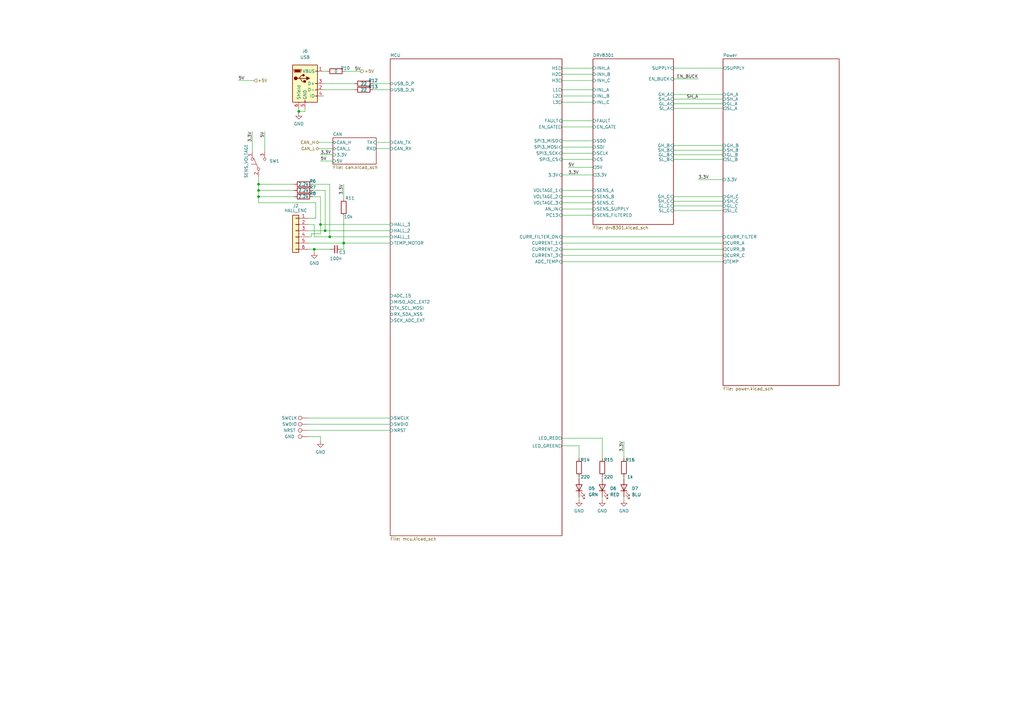
<source format=kicad_sch>
(kicad_sch (version 20230121) (generator eeschema)
  (paper "A3")
  (lib_symbols
    (symbol "Connector:TestPoint" (pin_numbers hide) (pin_names (offset 0.762) hide)
      (property "Reference" "TP" (at 0 6.858 0))
      (property "Value" "TestPoint" (at 0 5.08 0))
      (symbol "TestPoint_0_1"
        (circle (center 0 3.302) (radius 0.762))
      )
      (symbol "TestPoint_1_1"
        (pin passive line (at 0 0 90) (length 2.54) (name "1") (number "1"))
      )
    )
    (symbol "Connector:USB_OTG" (pin_names (offset 1.016))
      (property "Reference" "J" (at -5.08 11.43 0))
      (property "Value" "USB_OTG" (at -5.08 8.89 0))
      (symbol "USB_OTG_0_1"
        (rectangle (start -5.08 -7.62) (end 5.08 7.62) (stroke (width 0.254)) (fill (type background)))
        (circle (center -3.81 2.159) (radius 0.635) (stroke (width 0.254)) (fill (type outline)))
        (circle (center -0.635 3.429) (radius 0.381) (stroke (width 0.254)) (fill (type outline)))
        (rectangle (start -0.127 -7.62) (end 0.127 -6.858))
        (polyline (pts (xy -1.905 2.159) (xy 0.635 2.159)) (stroke (width 0.254)))
        (polyline (pts (xy -3.175 2.159) (xy -2.54 2.159) (xy -1.27 3.429) (xy -0.635 3.429)) (stroke (width 0.254)))
        (polyline (pts (xy -2.54 2.159) (xy -1.905 2.159) (xy -1.27 0.889) (xy 0 0.889)) (stroke (width 0.254)))
        (polyline (pts (xy 0.635 2.794) (xy 0.635 1.524) (xy 1.905 2.159) (xy 0.635 2.794)) (stroke (width 0.254)) (fill (type outline)))
        (polyline (pts (xy -4.318 5.588) (xy -1.778 5.588) (xy -2.032 4.826) (xy -4.064 4.826) (xy -4.318 5.588)) (fill (type outline)))
        (polyline (pts (xy -4.699 5.842) (xy -4.699 5.588) (xy -4.445 4.826) (xy -4.445 4.572) (xy -1.651 4.572) (xy -1.651 4.826) (xy -1.397 5.588) (xy -1.397 5.842) (xy -4.699 5.842)))
        (rectangle (start 0.254 1.27) (end -0.508 0.508) (stroke (width 0.254)) (fill (type outline)))
        (rectangle (start 5.08 -5.207) (end 4.318 -4.953))
        (rectangle (start 5.08 -2.667) (end 4.318 -2.413))
        (rectangle (start 5.08 -0.127) (end 4.318 0.127))
        (rectangle (start 5.08 4.953) (end 4.318 5.207))
      )
      (symbol "USB_OTG_1_1"
        (pin passive line (at 7.62 5.08 180) (length 2.54) (name "VBUS") (number "1"))
        (pin bidirectional line (at 7.62 -2.54 180) (length 2.54) (name "D-") (number "2"))
        (pin bidirectional line (at 7.62 0 180) (length 2.54) (name "D+") (number "3"))
        (pin passive line (at 7.62 -5.08 180) (length 2.54) (name "ID") (number "4"))
        (pin passive line (at 0 -10.16 90) (length 2.54) (name "GND") (number "5"))
        (pin passive line (at -2.54 -10.16 90) (length 2.54) (name "Shield") (number "6"))
      )
    )
    (symbol "Connector_Generic:Conn_01x06" (pin_names (offset 1.016) hide)
      (property "Reference" "J" (at 0 7.62 0))
      (property "Value" "Conn_01x06" (at 0 -10.16 0))
      (symbol "Conn_01x06_1_1"
        (rectangle (start -1.27 -7.493) (end 0 -7.747) (stroke (width 0.1524)))
        (rectangle (start -1.27 -4.953) (end 0 -5.207) (stroke (width 0.1524)))
        (rectangle (start -1.27 -2.413) (end 0 -2.667) (stroke (width 0.1524)))
        (rectangle (start -1.27 0.127) (end 0 -0.127) (stroke (width 0.1524)))
        (rectangle (start -1.27 2.667) (end 0 2.413) (stroke (width 0.1524)))
        (rectangle (start -1.27 5.207) (end 0 4.953) (stroke (width 0.1524)))
        (rectangle (start -1.27 6.35) (end 1.27 -8.89) (stroke (width 0.254)) (fill (type background)))
        (pin passive line (at -5.08 5.08 0) (length 3.81) (name "Pin_1") (number "1"))
        (pin passive line (at -5.08 2.54 0) (length 3.81) (name "Pin_2") (number "2"))
        (pin passive line (at -5.08 0 0) (length 3.81) (name "Pin_3") (number "3"))
        (pin passive line (at -5.08 -2.54 0) (length 3.81) (name "Pin_4") (number "4"))
        (pin passive line (at -5.08 -5.08 0) (length 3.81) (name "Pin_5") (number "5"))
        (pin passive line (at -5.08 -7.62 0) (length 3.81) (name "Pin_6") (number "6"))
      )
    )
    (symbol "Device:C_Small" (pin_numbers hide) (pin_names (offset 0.254) hide)
      (property "Reference" "C" (at 0.254 1.778 0))
      (property "Value" "C_Small" (at 0.254 -2.032 0))
      (symbol "C_Small_0_1"
        (polyline (pts (xy -1.524 -0.508) (xy 1.524 -0.508)) (stroke (width 0.3302)))
        (polyline (pts (xy -1.524 0.508) (xy 1.524 0.508)) (stroke (width 0.3048)))
      )
      (symbol "C_Small_1_1"
        (pin passive line (at 0 2.54 270) (length 2.032) (name "~") (number "1"))
        (pin passive line (at 0 -2.54 90) (length 2.032) (name "~") (number "2"))
      )
    )
    (symbol "Device:LED" (pin_numbers hide) (pin_names (offset 1.016) hide)
      (property "Reference" "D" (at 0 2.54 0))
      (property "Value" "LED" (at 0 -2.54 0))
      (symbol "LED_0_1"
        (polyline (pts (xy -1.27 -1.27) (xy -1.27 1.27)) (stroke (width 0.254)))
        (polyline (pts (xy -1.27 0) (xy 1.27 0)))
        (polyline (pts (xy 1.27 -1.27) (xy 1.27 1.27) (xy -1.27 0) (xy 1.27 -1.27)) (stroke (width 0.254)))
        (polyline (pts (xy -3.048 -0.762) (xy -4.572 -2.286) (xy -3.81 -2.286) (xy -4.572 -2.286) (xy -4.572 -1.524)))
        (polyline (pts (xy -1.778 -0.762) (xy -3.302 -2.286) (xy -2.54 -2.286) (xy -3.302 -2.286) (xy -3.302 -1.524)))
      )
      (symbol "LED_1_1"
        (pin passive line (at -3.81 0 0) (length 2.54) (name "K") (number "1"))
        (pin passive line (at 3.81 0 180) (length 2.54) (name "A") (number "2"))
      )
    )
    (symbol "Device:R" (pin_numbers hide) (pin_names (offset 0))
      (property "Reference" "R" (at 2.032 0 90))
      (property "Value" "R" (at 0 0 90))
      (symbol "R_0_1"
        (rectangle (start -1.016 -2.54) (end 1.016 2.54) (stroke (width 0.254)))
      )
      (symbol "R_1_1"
        (pin passive line (at 0 3.81 270) (length 1.27) (name "~") (number "1"))
        (pin passive line (at 0 -3.81 90) (length 1.27) (name "~") (number "2"))
      )
    )
    (symbol "Switch:SW_Push_SPDT" (pin_names (offset 0) hide)
      (property "Reference" "SW" (at 0 4.318 0))
      (property "Value" "SW_Push_SPDT" (at 0 -5.08 0))
      (symbol "SW_Push_SPDT_0_0"
        (circle (center -2.032 0) (radius 0.508))
        (polyline (pts (xy 0 1.016) (xy 0 3.048)))
        (circle (center 2.032 -2.54) (radius 0.508))
      )
      (symbol "SW_Push_SPDT_0_1"
        (polyline (pts (xy -1.524 0.254) (xy 2.54 2.032)))
        (circle (center 2.032 2.54) (radius 0.508))
      )
      (symbol "SW_Push_SPDT_1_1"
        (pin passive line (at 5.08 2.54 180) (length 2.54) (name "A") (number "1"))
        (pin passive line (at -5.08 0 0) (length 2.54) (name "B") (number "2"))
        (pin passive line (at 5.08 -2.54 180) (length 2.54) (name "C") (number "3"))
      )
    )
    (symbol "power:GND" (power) (pin_names (offset 0))
      (property "Value" "GND" (at 0 -3.81 0))
      (symbol "GND_0_1"
        (polyline (pts (xy 0 0) (xy 0 -1.27) (xy 1.27 -1.27) (xy 0 -2.54) (xy -1.27 -1.27) (xy 0 -1.27)))
      )
      (symbol "GND_1_1"
        (pin power_in line (at 0 0 270) (length 0) hide (name "GND") (number "1"))
      )
    )
  )
  (junction (at 106.045 75.565))
  (junction (at 122.555 45.72))
  (junction (at 128.905 102.235))
  (junction (at 140.97 99.695))
  (junction (at 131.445 92.075))
  (junction (at 133.35 94.615))
  (junction (at 106.045 80.645))
  (junction (at 135.255 97.155))
  (junction (at 106.045 78.105))
  (wire (pts (xy 140.97 75.565) (xy 140.97 81.28)))
  (wire (pts (xy 276.225 27.94) (xy 296.545 27.94)))
  (wire (pts (xy 106.045 72.39) (xy 106.045 75.565)))
  (wire (pts (xy 127.635 95.885) (xy 127.635 97.155)))
  (wire (pts (xy 255.905 195.58) (xy 255.905 196.215)))
  (wire (pts (xy 132.715 34.29) (xy 145.415 34.29)))
  (wire (pts (xy 276.225 42.545) (xy 296.545 42.545)))
  (wire (pts (xy 120.65 78.105) (xy 106.045 78.105)))
  (wire (pts (xy 286.385 73.66) (xy 296.545 73.66)))
  (wire (pts (xy 230.505 49.53) (xy 243.205 49.53)))
  (wire (pts (xy 247.015 179.705) (xy 247.015 187.96)))
  (wire (pts (xy 230.505 36.83) (xy 243.205 36.83)))
  (wire (pts (xy 140.97 102.235) (xy 140.335 102.235)))
  (wire (pts (xy 247.015 203.835) (xy 247.015 205.105)))
  (wire (pts (xy 276.225 65.405) (xy 296.545 65.405)))
  (wire (pts (xy 230.505 62.865) (xy 243.205 62.865)))
  (wire (pts (xy 132.715 29.21) (xy 133.985 29.21)))
  (wire (pts (xy 230.505 27.94) (xy 243.205 27.94)))
  (wire (pts (xy 233.045 68.58) (xy 243.205 68.58)))
  (wire (pts (xy 276.225 59.69) (xy 296.545 59.69)))
  (wire (pts (xy 147.955 29.21) (xy 141.605 29.21)))
  (wire (pts (xy 230.505 78.105) (xy 243.205 78.105)))
  (wire (pts (xy 106.045 78.105) (xy 106.045 80.645)))
  (wire (pts (xy 106.045 80.645) (xy 106.045 83.185)))
  (wire (pts (xy 230.505 30.48) (xy 243.205 30.48)))
  (wire (pts (xy 128.905 102.235) (xy 128.905 103.505)))
  (wire (pts (xy 108.585 53.975) (xy 108.585 62.23)))
  (wire (pts (xy 154.305 60.96) (xy 160.02 60.96)))
  (wire (pts (xy 247.015 195.58) (xy 247.015 196.215)))
  (wire (pts (xy 126.365 99.695) (xy 140.97 99.695)))
  (wire (pts (xy 126.365 173.99) (xy 160.02 173.99)))
  (wire (pts (xy 230.505 80.645) (xy 243.205 80.645)))
  (wire (pts (xy 230.505 39.37) (xy 243.205 39.37)))
  (wire (pts (xy 122.555 45.72) (xy 125.095 45.72)))
  (wire (pts (xy 97.79 33.02) (xy 104.14 33.02)))
  (wire (pts (xy 230.505 88.265) (xy 243.205 88.265)))
  (wire (pts (xy 230.505 52.07) (xy 243.205 52.07)))
  (wire (pts (xy 125.095 45.72) (xy 125.095 44.45)))
  (wire (pts (xy 106.045 75.565) (xy 120.65 75.565)))
  (wire (pts (xy 237.49 182.88) (xy 230.505 182.88)))
  (wire (pts (xy 131.445 179.07) (xy 126.365 179.07)))
  (wire (pts (xy 140.97 88.9) (xy 140.97 99.695)))
  (wire (pts (xy 131.445 95.885) (xy 127.635 95.885)))
  (wire (pts (xy 255.905 180.975) (xy 255.905 187.96)))
  (wire (pts (xy 131.445 92.075) (xy 160.02 92.075)))
  (wire (pts (xy 153.035 34.29) (xy 160.02 34.29)))
  (wire (pts (xy 126.365 176.53) (xy 160.02 176.53)))
  (wire (pts (xy 230.505 99.695) (xy 296.545 99.695)))
  (wire (pts (xy 140.97 99.695) (xy 160.02 99.695)))
  (wire (pts (xy 230.505 97.155) (xy 296.545 97.155)))
  (wire (pts (xy 122.555 45.72) (xy 122.555 46.355)))
  (wire (pts (xy 106.045 80.645) (xy 120.65 80.645)))
  (wire (pts (xy 133.35 94.615) (xy 160.02 94.615)))
  (wire (pts (xy 230.505 107.315) (xy 296.545 107.315)))
  (wire (pts (xy 276.225 80.645) (xy 296.545 80.645)))
  (wire (pts (xy 255.905 203.835) (xy 255.905 205.105)))
  (wire (pts (xy 106.045 75.565) (xy 106.045 78.105)))
  (wire (pts (xy 230.505 65.405) (xy 243.205 65.405)))
  (wire (pts (xy 129.54 83.185) (xy 106.045 83.185)))
  (wire (pts (xy 135.255 97.155) (xy 160.02 97.155)))
  (wire (pts (xy 276.225 86.36) (xy 296.545 86.36)))
  (wire (pts (xy 230.505 60.325) (xy 243.205 60.325)))
  (wire (pts (xy 237.49 187.96) (xy 237.49 182.88)))
  (wire (pts (xy 230.505 102.235) (xy 296.545 102.235)))
  (wire (pts (xy 230.505 85.725) (xy 243.205 85.725)))
  (wire (pts (xy 276.225 44.45) (xy 296.545 44.45)))
  (wire (pts (xy 276.225 82.55) (xy 296.545 82.55)))
  (wire (pts (xy 132.715 36.83) (xy 145.415 36.83)))
  (wire (pts (xy 154.305 58.42) (xy 160.02 58.42)))
  (wire (pts (xy 230.505 179.705) (xy 247.015 179.705)))
  (wire (pts (xy 230.505 71.755) (xy 243.205 71.755)))
  (wire (pts (xy 276.225 40.64) (xy 296.545 40.64)))
  (wire (pts (xy 276.225 63.5) (xy 296.545 63.5)))
  (wire (pts (xy 128.27 75.565) (xy 135.255 75.565)))
  (wire (pts (xy 128.27 78.105) (xy 133.35 78.105)))
  (wire (pts (xy 133.35 94.615) (xy 126.365 94.615)))
  (wire (pts (xy 128.905 92.075) (xy 126.365 92.075)))
  (wire (pts (xy 140.97 99.695) (xy 140.97 102.235)))
  (wire (pts (xy 276.225 84.455) (xy 296.545 84.455)))
  (wire (pts (xy 126.365 89.535) (xy 129.54 89.535)))
  (wire (pts (xy 276.225 32.385) (xy 286.385 32.385)))
  (wire (pts (xy 128.905 97.155) (xy 128.905 92.075)))
  (wire (pts (xy 126.365 102.235) (xy 128.905 102.235)))
  (wire (pts (xy 130.81 58.42) (xy 136.525 58.42)))
  (wire (pts (xy 133.35 78.105) (xy 133.35 94.615)))
  (wire (pts (xy 237.49 195.58) (xy 237.49 196.215)))
  (wire (pts (xy 129.54 89.535) (xy 129.54 83.185)))
  (wire (pts (xy 130.81 60.96) (xy 136.525 60.96)))
  (wire (pts (xy 122.555 44.45) (xy 122.555 45.72)))
  (wire (pts (xy 128.905 102.235) (xy 135.255 102.235)))
  (wire (pts (xy 230.505 83.185) (xy 243.205 83.185)))
  (wire (pts (xy 127.635 97.155) (xy 126.365 97.155)))
  (wire (pts (xy 276.225 38.735) (xy 296.545 38.735)))
  (wire (pts (xy 276.225 61.595) (xy 296.545 61.595)))
  (wire (pts (xy 230.505 41.91) (xy 243.205 41.91)))
  (wire (pts (xy 135.255 75.565) (xy 135.255 97.155)))
  (wire (pts (xy 230.505 104.775) (xy 296.545 104.775)))
  (wire (pts (xy 131.445 66.04) (xy 136.525 66.04)))
  (wire (pts (xy 230.505 57.785) (xy 243.205 57.785)))
  (wire (pts (xy 131.445 92.075) (xy 131.445 95.885)))
  (wire (pts (xy 131.445 63.5) (xy 136.525 63.5)))
  (wire (pts (xy 126.365 171.45) (xy 160.02 171.45)))
  (wire (pts (xy 135.255 97.155) (xy 128.905 97.155)))
  (wire (pts (xy 103.505 53.975) (xy 103.505 62.23)))
  (wire (pts (xy 128.27 80.645) (xy 131.445 80.645)))
  (wire (pts (xy 131.445 180.975) (xy 131.445 179.07)))
  (wire (pts (xy 230.505 33.02) (xy 243.205 33.02)))
  (wire (pts (xy 131.445 80.645) (xy 131.445 92.075)))
  (wire (pts (xy 153.035 36.83) (xy 160.02 36.83)))
  (wire (pts (xy 237.49 203.835) (xy 237.49 205.105)))
  (label "EN_BUCK" (at 286.385 32.385 180))
  (label "3.3V" (at 140.97 75.565 270))
  (label "5V" (at 147.955 29.21 180))
  (label "5V" (at 97.79 33.02 0))
  (label "3.3V" (at 103.505 53.975 270))
  (label "SH_A" (at 286.385 40.64 180))
  (label "3.3V" (at 233.045 71.755 0))
  (label "5V" (at 233.045 68.58 0))
  (label "3.3V" (at 131.445 63.5 0))
  (label "3.3V" (at 255.905 180.975 270))
  (label "3.3V" (at 286.385 73.66 0))
  (label "5V" (at 108.585 53.975 270))
  (label "5V" (at 131.445 66.04 0))
  (hierarchical_label "CAN_H" (shape bidirectional) (at 130.81 58.42 180))
  (hierarchical_label "+5V" (shape output) (at 147.955 29.21 0))
  (hierarchical_label "CAN_L" (shape bidirectional) (at 130.81 60.96 180))
  (hierarchical_label "+5V" (shape input) (at 104.14 33.02 0))
  (symbol (lib_id "Connector:TestPoint") (at 126.365 173.99 90) (unit 1)
    (property "Reference" "TP2" (effects hide))
    (property "Value" "SWDIO" (at 118.745 173.99 90))
    (property "Footprint" "TestPoint:TestPoint_Pad_D1.0mm" (effects hide))
  )
  (symbol (lib_id "Device:R") (at 124.46 80.645 90) (unit 1)
    (property "Reference" "R8" (at 128.27 79.375 90))
    (property "Value" "2.2k" (at 124.46 80.645 90))
    (property "Footprint" "Resistor_SMD:R_0603_1608Metric" (effects hide))
  )
  (symbol (lib_id "Device:R") (at 255.905 191.77 180) (unit 1)
    (property "Reference" "R16" (at 258.445 188.595 0))
    (property "Value" "1k" (at 258.445 195.58 0))
    (property "Footprint" "Resistor_SMD:R_0603_1608Metric" (effects hide))
  )
  (symbol (lib_id "Device:R") (at 149.225 36.83 90) (unit 1)
    (property "Reference" "R13" (at 153.035 35.56 90))
    (property "Value" "22" (at 149.225 36.83 90))
    (property "Footprint" "Resistor_SMD:R_0603_1608Metric" (effects hide))
  )
  (symbol (lib_id "Device:R") (at 124.46 78.105 90) (unit 1)
    (property "Reference" "R7" (at 128.27 76.835 90))
    (property "Value" "2.2k" (at 124.46 78.105 90))
    (property "Footprint" "Resistor_SMD:R_0603_1608Metric" (effects hide))
  )
  (symbol (lib_id "Device:LED") (at 237.49 200.025 90) (unit 1)
    (property "Reference" "D5" (at 241.3 200.3424 90) (effects (justify right)))
    (property "Value" "GRN" (at 241.3 202.8824 90) (effects (justify right)))
    (property "Footprint" "LED_SMD:LED_0603_1608Metric_Pad1.05x0.95mm_HandSolder" (effects hide))
  )
  (symbol (lib_id "power:GND") (at 128.905 103.505 0) (unit 1)
    (property "Reference" "#PWR05" (effects hide))
    (property "Value" "GND" (at 128.905 107.95 0))
  )
  (symbol (lib_id "power:GND") (at 237.49 205.105 0) (unit 1)
    (property "Reference" "#PWR010" (effects hide))
    (property "Value" "GND" (at 237.49 209.55 0))
  )
  (symbol (lib_id "Switch:SW_Push_SPDT") (at 106.045 67.31 90) (unit 1)
    (property "Reference" "SW1" (at 110.49 66.0399 90) (effects (justify right)))
    (property "Value" "SENS_VOLTAGE" (at 100.965 59.055 0) (effects (justify right)))
    (property "Footprint" "Jumper:SolderJumper-3_P1.3mm_Bridged2Bar12_Pad1.0x1.5mm" (effects hide))
  )
  (symbol (lib_id "Device:R") (at 247.015 191.77 180) (unit 1)
    (property "Reference" "R15" (at 249.555 188.595 0))
    (property "Value" "220" (at 249.555 195.58 0))
    (property "Footprint" "Resistor_SMD:R_0603_1608Metric" (effects hide))
  )
  (symbol (lib_id "power:GND") (at 122.555 46.355 0) (unit 1)
    (property "Reference" "#PWR04" (effects hide))
    (property "Value" "GND" (at 122.555 50.8 0))
  )
  (symbol (lib_id "Connector:TestPoint") (at 126.365 176.53 90) (unit 1)
    (property "Reference" "TP3" (effects hide))
    (property "Value" "NRST" (at 118.745 176.53 90))
    (property "Footprint" "TestPoint:TestPoint_Pad_D1.0mm" (effects hide))
  )
  (symbol (lib_id "power:GND") (at 255.905 205.105 0) (unit 1)
    (property "Reference" "#PWR012" (effects hide))
    (property "Value" "GND" (at 255.905 209.55 0))
  )
  (symbol (lib_id "Device:LED") (at 255.905 200.025 90) (unit 1)
    (property "Reference" "D7" (at 259.08 200.3424 90) (effects (justify right)))
    (property "Value" "BLU" (at 259.08 202.8824 90) (effects (justify right)))
    (property "Footprint" "LED_SMD:LED_0603_1608Metric_Pad1.05x0.95mm_HandSolder" (effects hide))
  )
  (symbol (lib_id "power:GND") (at 131.445 180.975 0) (unit 1)
    (property "Reference" "#PWR08" (effects hide))
    (property "Value" "GND" (at 131.445 185.42 0))
  )
  (symbol (lib_id "Device:R") (at 137.795 29.21 90) (unit 1)
    (property "Reference" "R10" (at 141.605 27.94 90))
    (property "Value" "0" (at 137.795 29.21 90))
    (property "Footprint" "Resistor_SMD:R_0603_1608Metric" (effects hide))
  )
  (symbol (lib_id "Connector_Generic:Conn_01x06") (at 121.285 94.615 0) (mirror y) (unit 1)
    (property "Reference" "J2" (at 121.285 84.455 0))
    (property "Value" "HALL_ENC" (at 121.285 86.36 0))
    (property "Footprint" "Connector_JST:JST_PH_B6B-PH-K_1x06_P2.00mm_Vertical" (effects hide))
  )
  (symbol (lib_id "Device:LED") (at 247.015 200.025 90) (unit 1)
    (property "Reference" "D6" (at 250.19 200.3424 90) (effects (justify right)))
    (property "Value" "RED" (at 250.19 202.8824 90) (effects (justify right)))
    (property "Footprint" "LED_SMD:LED_0603_1608Metric_Pad1.05x0.95mm_HandSolder" (effects hide))
  )
  (symbol (lib_id "Device:R") (at 149.225 34.29 90) (unit 1)
    (property "Reference" "R12" (at 153.035 33.02 90))
    (property "Value" "22" (at 149.225 34.29 90))
    (property "Footprint" "Resistor_SMD:R_0603_1608Metric" (effects hide))
  )
  (symbol (lib_id "Connector:TestPoint") (at 126.365 179.07 90) (unit 1)
    (property "Reference" "TP4" (effects hide))
    (property "Value" "GND" (at 118.745 179.07 90))
    (property "Footprint" "TestPoint:TestPoint_Pad_D1.0mm" (effects hide))
  )
  (symbol (lib_id "Connector:TestPoint") (at 126.365 171.45 90) (unit 1)
    (property "Reference" "TP1" (effects hide))
    (property "Value" "SWCLK" (at 118.745 171.45 90))
    (property "Footprint" "TestPoint:TestPoint_Pad_D1.0mm" (effects hide))
  )
  (symbol (lib_id "Device:R") (at 124.46 75.565 90) (unit 1)
    (property "Reference" "R6" (at 128.27 74.295 90))
    (property "Value" "2.2k" (at 124.46 75.565 90))
    (property "Footprint" "Resistor_SMD:R_0603_1608Metric" (effects hide))
  )
  (symbol (lib_id "power:GND") (at 247.015 205.105 0) (unit 1)
    (property "Reference" "#PWR011" (effects hide))
    (property "Value" "GND" (at 247.015 209.55 0))
  )
  (symbol (lib_id "Device:R") (at 140.97 85.09 180) (unit 1)
    (property "Reference" "R11" (at 143.51 81.28 0))
    (property "Value" "10k" (at 142.875 88.9 0))
    (property "Footprint" "Resistor_SMD:R_0603_1608Metric" (effects hide))
  )
  (symbol (lib_id "Device:R") (at 237.49 191.77 180) (unit 1)
    (property "Reference" "R14" (at 240.03 188.595 0))
    (property "Value" "220" (at 240.03 195.58 0))
    (property "Footprint" "Resistor_SMD:R_0603_1608Metric" (effects hide))
  )
  (symbol (lib_id "Connector:USB_OTG") (at 125.095 34.29 0) (unit 1)
    (property "Reference" "J6" (at 125.095 20.955 0))
    (property "Value" "USB" (at 125.095 23.495 0))
    (property "Footprint" "Connector_USB:USB_Micro-B_Wuerth_614105150721_Vertical_CircularHoles" (effects hide))
    (property "Datasheet" " ~" (effects hide))
  )
  (symbol (lib_id "Device:C_Small") (at 137.795 102.235 270) (unit 1)
    (property "Reference" "C3" (at 139.065 103.505 90) (effects (justify left)))
    (property "Value" "100n" (at 135.255 106.045 90) (effects (justify left)))
    (property "Footprint" "Capacitor_SMD:C_0603_1608Metric" (effects hide))
    (property "Voltage" "50V" (effects hide))
  )
  (sheet (at 160.02 24.13) (size 70.485 195.58) (stroke (width 0.1524))
    (property "Sheetname" "MCU" (at 160.02 23.4184 0) (effects (justify left bottom)))
    (property "Sheetfile" "mcu.kicad_sch" (at 160.02 220.2946 0) (effects (justify left top)))
    (pin "VOLTAGE_3" input (at 230.505 83.185 0))
    (pin "VOLTAGE_1" input (at 230.505 78.105 0))
    (pin "SCK_ADC_EXT" input (at 160.02 131.445 180))
    (pin "MISO_ADC_EXT2" input (at 160.02 123.825 180))
    (pin "TX_SCL_MOSI" output (at 160.02 126.365 180))
    (pin "ADC_TEMP" input (at 230.505 107.315 0))
    (pin "VOLTAGE_2" input (at 230.505 80.645 0))
    (pin "H1" output (at 230.505 27.94 0))
    (pin "H3" output (at 230.505 33.02 0))
    (pin "H2" output (at 230.505 30.48 0))
    (pin "CURR_FILTER_ON" input (at 230.505 97.155 0))
    (pin "SPI3_SCK" input (at 230.505 62.865 0))
    (pin "PC13" input (at 230.505 88.265 0))
    (pin "SPI3_CS" input (at 230.505 65.405 0))
    (pin "CURRENT_3" input (at 230.505 104.775 0))
    (pin "AN_IN" input (at 230.505 85.725 0))
    (pin "CURRENT_2" input (at 230.505 102.235 0))
    (pin "CURRENT_1" input (at 230.505 99.695 0))
    (pin "TEMP_MOTOR" input (at 160.02 99.695 180))
    (pin "HALL_1" input (at 160.02 97.155 180))
    (pin "ADC_15" input (at 160.02 121.285 180))
    (pin "HALL_3" input (at 160.02 92.075 180))
    (pin "HALL_2" input (at 160.02 94.615 180))
    (pin "NRST" input (at 160.02 176.53 180))
    (pin "L2" output (at 230.505 39.37 0))
    (pin "L1" output (at 230.505 36.83 0))
    (pin "L3" output (at 230.505 41.91 0))
    (pin "EN_GATE" output (at 230.505 52.07 0))
    (pin "FAULT" input (at 230.505 49.53 0))
    (pin "CAN_RX" input (at 160.02 60.96 180))
    (pin "CAN_TX" input (at 160.02 58.42 180))
    (pin "RX_SDA_NSS" bidirectional (at 160.02 128.905 180))
    (pin "SPI3_MOSI" input (at 230.505 60.325 0))
    (pin "LED_GREEN" output (at 230.505 182.88 0))
    (pin "SPI3_MISO" input (at 230.505 57.785 0))
    (pin "LED_RED" output (at 230.505 179.705 0))
    (pin "USB_D_N" bidirectional (at 160.02 36.83 180))
    (pin "SWDIO" input (at 160.02 173.99 180))
    (pin "USB_D_P" bidirectional (at 160.02 34.29 180))
    (pin "SWCLK" input (at 160.02 171.45 180))
    (pin "3.3V" input (at 230.505 71.755 0))
  )
  (sheet (at 243.205 24.13) (size 33.02 67.945) (stroke (width 0.1524))
    (property "Sheetname" "DRV8301" (at 243.205 23.4184 0) (effects (justify left bottom)))
    (property "Sheetfile" "drv8301.kicad_sch" (at 243.205 92.6596 0) (effects (justify left top)))
    (pin "CS" input (at 243.205 65.405 180))
    (pin "FAULT" input (at 243.205 49.53 180))
    (pin "SDI" input (at 243.205 60.325 180))
    (pin "SDO" input (at 243.205 57.785 180))
    (pin "SCLK" input (at 243.205 62.865 180))
    (pin "INL_B" input (at 243.205 39.37 180))
    (pin "INH_C" input (at 243.205 33.02 180))
    (pin "INH_A" input (at 243.205 27.94 180))
    (pin "INL_A" input (at 243.205 36.83 180))
    (pin "EN_GATE" input (at 243.205 52.07 180))
    (pin "INH_B" input (at 243.205 30.48 180))
    (pin "SH_A" input (at 276.225 40.64 0))
    (pin "GH_A" input (at 276.225 38.735 0))
    (pin "GL_C" input (at 276.225 84.455 0))
    (pin "SL_C" input (at 276.225 86.36 0))
    (pin "SUPPLY" input (at 276.225 27.94 0))
    (pin "SH_B" input (at 276.225 61.595 0))
    (pin "SENS_C" input (at 243.205 83.185 180))
    (pin "SENS_B" input (at 243.205 80.645 180))
    (pin "SENS_FILTERED" input (at 243.205 88.265 180))
    (pin "SENS_A" input (at 243.205 78.105 180))
    (pin "EN_BUCK" input (at 276.225 32.385 0))
    (pin "SENS_SUPPLY" input (at 243.205 85.725 180))
    (pin "GL_B" input (at 276.225 63.5 0))
    (pin "SL_B" input (at 276.225 65.405 0))
    (pin "GL_A" input (at 276.225 42.545 0))
    (pin "SL_A" input (at 276.225 44.45 0))
    (pin "SH_C" input (at 276.225 82.55 0))
    (pin "GH_B" input (at 276.225 59.69 0))
    (pin "GH_C" input (at 276.225 80.645 0))
    (pin "INL_C" input (at 243.205 41.91 180))
    (pin "5V" output (at 243.205 68.58 180))
    (pin "3.3V" output (at 243.205 71.755 180))
  )
  (sheet (at 136.525 56.515) (size 17.78 10.795) (stroke (width 0.1524))
    (property "Sheetname" "CAN" (at 136.525 55.8034 0) (effects (justify left bottom)))
    (property "Sheetfile" "can.kicad_sch" (at 136.525 67.8946 0) (effects (justify left top)))
    (pin "CAN_L" bidirectional (at 136.525 60.96 180))
    (pin "CAN_H" bidirectional (at 136.525 58.42 180))
    (pin "RX" output (at 154.305 60.96 0))
    (pin "TX" input (at 154.305 58.42 0))
    (pin "3.3V" input (at 136.525 63.5 180))
    (pin "5V" input (at 136.525 66.04 180))
  )
  (sheet (at 296.545 24.13) (size 47.625 133.985) (stroke (width 0.1524))
    (property "Sheetname" "Power" (at 296.545 23.4184 0) (effects (justify left bottom)))
    (property "Sheetfile" "power.kicad_sch" (at 296.545 158.6996 0) (effects (justify left top)))
    (pin "SH_A" input (at 296.545 40.64 180))
    (pin "GL_A" input (at 296.545 42.545 180))
    (pin "GH_A" input (at 296.545 38.735 180))
    (pin "CURR_A" output (at 296.545 99.695 180))
    (pin "CURR_FILTER" input (at 296.545 97.155 180))
    (pin "CURR_B" output (at 296.545 102.235 180))
    (pin "SH_B" input (at 296.545 61.595 180))
    (pin "GH_B" input (at 296.545 59.69 180))
    (pin "TEMP" output (at 296.545 107.315 180))
    (pin "SUPPLY" output (at 296.545 27.94 180))
    (pin "GL_C" input (at 296.545 84.455 180))
    (pin "GL_B" input (at 296.545 63.5 180))
    (pin "GH_C" input (at 296.545 80.645 180))
    (pin "SH_C" input (at 296.545 82.55 180))
    (pin "CURR_C" output (at 296.545 104.775 180))
    (pin "SL_A" output (at 296.545 44.45 180))
    (pin "SL_C" output (at 296.545 86.36 180))
    (pin "SL_B" output (at 296.545 65.405 180))
    (pin "3.3V" input (at 296.545 73.66 180))
  )
)
</source>
